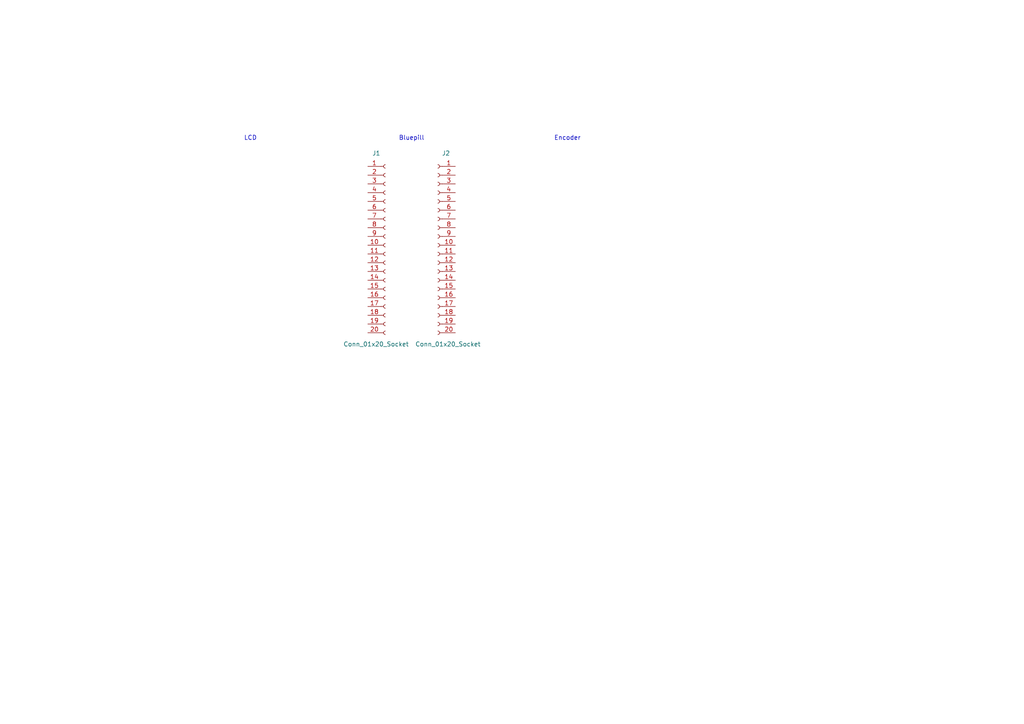
<source format=kicad_sch>
(kicad_sch (version 20250114) (generator "eeschema") (generator_version "9.0")
  (paper "A4")
  (lib_symbols
    (symbol "Connector:Conn_01x20_Socket" (pin_names (offset 1.016) (hide yes))
      (property "Reference" "J" (at 0 25.4 0))
      (property "Value" "Conn_01x20_Socket" (at 0 -27.94 0))
      (symbol "Conn_01x20_Socket_1_1"
        (polyline (pts (xy -1.27 22.86) (xy -0.508 22.86)) (stroke (width 0.1524)))
        (polyline (pts (xy -1.27 20.32) (xy -0.508 20.32)) (stroke (width 0.1524)))
        (polyline (pts (xy -1.27 17.78) (xy -0.508 17.78)) (stroke (width 0.1524)))
        (polyline (pts (xy -1.27 15.24) (xy -0.508 15.24)) (stroke (width 0.1524)))
        (polyline (pts (xy -1.27 12.7) (xy -0.508 12.7)) (stroke (width 0.1524)))
        (polyline (pts (xy -1.27 10.16) (xy -0.508 10.16)) (stroke (width 0.1524)))
        (polyline (pts (xy -1.27 7.62) (xy -0.508 7.62)) (stroke (width 0.1524)))
        (polyline (pts (xy -1.27 5.08) (xy -0.508 5.08)) (stroke (width 0.1524)))
        (polyline (pts (xy -1.27 2.54) (xy -0.508 2.54)) (stroke (width 0.1524)))
        (polyline (pts (xy -1.27 0) (xy -0.508 0)) (stroke (width 0.1524)))
        (polyline (pts (xy -1.27 -2.54) (xy -0.508 -2.54)) (stroke (width 0.1524)))
        (polyline (pts (xy -1.27 -5.08) (xy -0.508 -5.08)) (stroke (width 0.1524)))
        (polyline (pts (xy -1.27 -7.62) (xy -0.508 -7.62)) (stroke (width 0.1524)))
        (polyline (pts (xy -1.27 -10.16) (xy -0.508 -10.16)) (stroke (width 0.1524)))
        (polyline (pts (xy -1.27 -12.7) (xy -0.508 -12.7)) (stroke (width 0.1524)))
        (polyline (pts (xy -1.27 -15.24) (xy -0.508 -15.24)) (stroke (width 0.1524)))
        (polyline (pts (xy -1.27 -17.78) (xy -0.508 -17.78)) (stroke (width 0.1524)))
        (polyline (pts (xy -1.27 -20.32) (xy -0.508 -20.32)) (stroke (width 0.1524)))
        (polyline (pts (xy -1.27 -22.86) (xy -0.508 -22.86)) (stroke (width 0.1524)))
        (polyline (pts (xy -1.27 -25.4) (xy -0.508 -25.4)) (stroke (width 0.1524)))
        (arc (start 0 22.352) (mid -0.5058 22.86) (end 0 23.368) (stroke (width 0.1524)))
        (arc (start 0 19.812) (mid -0.5058 20.32) (end 0 20.828) (stroke (width 0.1524)))
        (arc (start 0 17.272) (mid -0.5058 17.78) (end 0 18.288) (stroke (width 0.1524)))
        (arc (start 0 14.732) (mid -0.5058 15.24) (end 0 15.748) (stroke (width 0.1524)))
        (arc (start 0 12.192) (mid -0.5058 12.7) (end 0 13.208) (stroke (width 0.1524)))
        (arc (start 0 9.652) (mid -0.5058 10.16) (end 0 10.668) (stroke (width 0.1524)))
        (arc (start 0 7.112) (mid -0.5058 7.62) (end 0 8.128) (stroke (width 0.1524)))
        (arc (start 0 4.572) (mid -0.5058 5.08) (end 0 5.588) (stroke (width 0.1524)))
        (arc (start 0 2.032) (mid -0.5058 2.54) (end 0 3.048) (stroke (width 0.1524)))
        (arc (start 0 -0.508) (mid -0.5058 0) (end 0 0.508) (stroke (width 0.1524)))
        (arc (start 0 -3.048) (mid -0.5058 -2.54) (end 0 -2.032) (stroke (width 0.1524)))
        (arc (start 0 -5.588) (mid -0.5058 -5.08) (end 0 -4.572) (stroke (width 0.1524)))
        (arc (start 0 -8.128) (mid -0.5058 -7.62) (end 0 -7.112) (stroke (width 0.1524)))
        (arc (start 0 -10.668) (mid -0.5058 -10.16) (end 0 -9.652) (stroke (width 0.1524)))
        (arc (start 0 -13.208) (mid -0.5058 -12.7) (end 0 -12.192) (stroke (width 0.1524)))
        (arc (start 0 -15.748) (mid -0.5058 -15.24) (end 0 -14.732) (stroke (width 0.1524)))
        (arc (start 0 -18.288) (mid -0.5058 -17.78) (end 0 -17.272) (stroke (width 0.1524)))
        (arc (start 0 -20.828) (mid -0.5058 -20.32) (end 0 -19.812) (stroke (width 0.1524)))
        (arc (start 0 -23.368) (mid -0.5058 -22.86) (end 0 -22.352) (stroke (width 0.1524)))
        (arc (start 0 -25.908) (mid -0.5058 -25.4) (end 0 -24.892) (stroke (width 0.1524)))
        (pin passive line (at -5.08 22.86 0) (length 3.81) (name "Pin_1") (number "1"))
        (pin passive line (at -5.08 20.32 0) (length 3.81) (name "Pin_2") (number "2"))
        (pin passive line (at -5.08 17.78 0) (length 3.81) (name "Pin_3") (number "3"))
        (pin passive line (at -5.08 15.24 0) (length 3.81) (name "Pin_4") (number "4"))
        (pin passive line (at -5.08 12.7 0) (length 3.81) (name "Pin_5") (number "5"))
        (pin passive line (at -5.08 10.16 0) (length 3.81) (name "Pin_6") (number "6"))
        (pin passive line (at -5.08 7.62 0) (length 3.81) (name "Pin_7") (number "7"))
        (pin passive line (at -5.08 5.08 0) (length 3.81) (name "Pin_8") (number "8"))
        (pin passive line (at -5.08 2.54 0) (length 3.81) (name "Pin_9") (number "9"))
        (pin passive line (at -5.08 0 0) (length 3.81) (name "Pin_10") (number "10"))
        (pin passive line (at -5.08 -2.54 0) (length 3.81) (name "Pin_11") (number "11"))
        (pin passive line (at -5.08 -5.08 0) (length 3.81) (name "Pin_12") (number "12"))
        (pin passive line (at -5.08 -7.62 0) (length 3.81) (name "Pin_13") (number "13"))
        (pin passive line (at -5.08 -10.16 0) (length 3.81) (name "Pin_14") (number "14"))
        (pin passive line (at -5.08 -12.7 0) (length 3.81) (name "Pin_15") (number "15"))
        (pin passive line (at -5.08 -15.24 0) (length 3.81) (name "Pin_16") (number "16"))
        (pin passive line (at -5.08 -17.78 0) (length 3.81) (name "Pin_17") (number "17"))
        (pin passive line (at -5.08 -20.32 0) (length 3.81) (name "Pin_18") (number "18"))
        (pin passive line (at -5.08 -22.86 0) (length 3.81) (name "Pin_19") (number "19"))
        (pin passive line (at -5.08 -25.4 0) (length 3.81) (name "Pin_20") (number "20"))
      )
    )
  )
  (text "Encoder" (at 164.592 40.132 0) (effects (font (size 1.27 1.27))))
  (text "Bluepill" (at 119.38 40.132 0) (effects (font (size 1.27 1.27))))
  (text "LCD" (at 72.644 40.132 0) (effects (font (size 1.27 1.27))))
  (symbol (lib_id "Connector:Conn_01x20_Socket") (at 111.76 71.12 0) (unit 1)
    (property "Reference" "J1" (at 107.95 44.45 0) (effects (justify left)))
    (property "Value" "Conn_01x20_Socket" (at 99.568 99.822 0) (effects (justify left)))
    (property "Description" "Generic connector, single row, 01x20, script generated" (effects (hide yes)))
  )
  (symbol (lib_id "Connector:Conn_01x20_Socket") (at 127 71.12 0) (mirror y) (unit 1)
    (property "Reference" "J2" (at 130.556 44.45 0) (effects (justify left)))
    (property "Value" "Conn_01x20_Socket" (at 139.446 99.822 0) (effects (justify left)))
    (property "Description" "Generic connector, single row, 01x20, script generated" (effects (hide yes)))
  )
)
</source>
